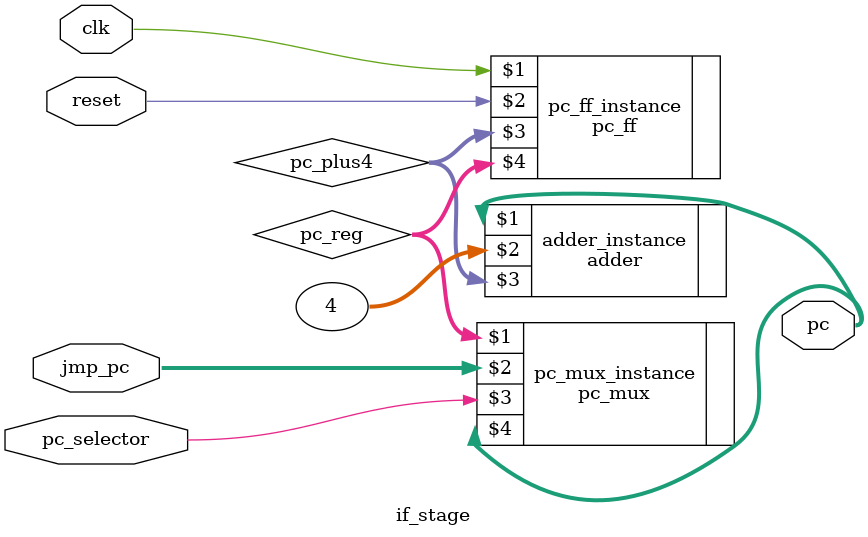
<source format=sv>
/**
 * Instruction Fetch Stage.
 *
 * Parameters:
 *     N           - number of bits.
 *
 * Inputs:
 * 	 clk         - clock signal.
 *     reset       - reset signal.
 *     jmp_pc      - pc to jump.
 *     pc_selector - function to be executed.
 *
 * Outputs:
 *     pc          - current pc.
 *
 */
module if_stage #(parameter N=32)
				     (input  logic         clk, reset,
					   input  logic [N-1:0] jmp_pc,
					   input  logic         pc_selector,
				      output logic [N-1:0] pc);

	// Var to save result
	logic [N-1:0] pc_plus4;
	logic [N-1:0] pc_reg;
	
	pc_ff  #(32) pc_ff_instance(clk, reset, pc_plus4, pc_reg);
	pc_mux #(32) pc_mux_instance(pc_reg, jmp_pc, pc_selector, pc);
	adder  #(32) adder_instance(pc, 32'b100, pc_plus4);

endmodule // if_stage

</source>
